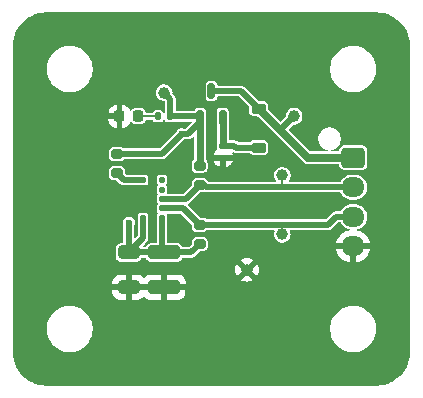
<source format=gtl>
%TF.GenerationSoftware,KiCad,Pcbnew,8.0.2*%
%TF.CreationDate,2024-12-26T16:13:31-05:00*%
%TF.ProjectId,TOF Sensor,544f4620-5365-46e7-936f-722e6b696361,rev?*%
%TF.SameCoordinates,Original*%
%TF.FileFunction,Copper,L1,Top*%
%TF.FilePolarity,Positive*%
%FSLAX46Y46*%
G04 Gerber Fmt 4.6, Leading zero omitted, Abs format (unit mm)*
G04 Created by KiCad (PCBNEW 8.0.2) date 2024-12-26 16:13:31*
%MOMM*%
%LPD*%
G01*
G04 APERTURE LIST*
G04 Aperture macros list*
%AMRoundRect*
0 Rectangle with rounded corners*
0 $1 Rounding radius*
0 $2 $3 $4 $5 $6 $7 $8 $9 X,Y pos of 4 corners*
0 Add a 4 corners polygon primitive as box body*
4,1,4,$2,$3,$4,$5,$6,$7,$8,$9,$2,$3,0*
0 Add four circle primitives for the rounded corners*
1,1,$1+$1,$2,$3*
1,1,$1+$1,$4,$5*
1,1,$1+$1,$6,$7*
1,1,$1+$1,$8,$9*
0 Add four rect primitives between the rounded corners*
20,1,$1+$1,$2,$3,$4,$5,0*
20,1,$1+$1,$4,$5,$6,$7,0*
20,1,$1+$1,$6,$7,$8,$9,0*
20,1,$1+$1,$8,$9,$2,$3,0*%
G04 Aperture macros list end*
%TA.AperFunction,SMDPad,CuDef*%
%ADD10RoundRect,0.200000X-0.275000X0.200000X-0.275000X-0.200000X0.275000X-0.200000X0.275000X0.200000X0*%
%TD*%
%TA.AperFunction,SMDPad,CuDef*%
%ADD11RoundRect,0.062500X0.062500X-0.127500X0.062500X0.127500X-0.062500X0.127500X-0.062500X-0.127500X0*%
%TD*%
%TA.AperFunction,SMDPad,CuDef*%
%ADD12RoundRect,0.125000X0.125000X-0.125000X0.125000X0.125000X-0.125000X0.125000X-0.125000X-0.125000X0*%
%TD*%
%TA.AperFunction,ComponentPad*%
%ADD13RoundRect,0.250000X-0.725000X0.600000X-0.725000X-0.600000X0.725000X-0.600000X0.725000X0.600000X0*%
%TD*%
%TA.AperFunction,ComponentPad*%
%ADD14O,1.950000X1.700000*%
%TD*%
%TA.AperFunction,SMDPad,CuDef*%
%ADD15RoundRect,0.250000X-0.650000X0.325000X-0.650000X-0.325000X0.650000X-0.325000X0.650000X0.325000X0*%
%TD*%
%TA.AperFunction,SMDPad,CuDef*%
%ADD16RoundRect,0.250000X-1.100000X0.325000X-1.100000X-0.325000X1.100000X-0.325000X1.100000X0.325000X0*%
%TD*%
%TA.AperFunction,SMDPad,CuDef*%
%ADD17C,1.000000*%
%TD*%
%TA.AperFunction,SMDPad,CuDef*%
%ADD18RoundRect,0.150000X0.150000X-0.512500X0.150000X0.512500X-0.150000X0.512500X-0.150000X-0.512500X0*%
%TD*%
%TA.AperFunction,SMDPad,CuDef*%
%ADD19RoundRect,0.200000X0.275000X-0.200000X0.275000X0.200000X-0.275000X0.200000X-0.275000X-0.200000X0*%
%TD*%
%TA.AperFunction,SMDPad,CuDef*%
%ADD20RoundRect,0.135000X-0.135000X-0.185000X0.135000X-0.185000X0.135000X0.185000X-0.135000X0.185000X0*%
%TD*%
%TA.AperFunction,SMDPad,CuDef*%
%ADD21RoundRect,0.218750X-0.218750X-0.256250X0.218750X-0.256250X0.218750X0.256250X-0.218750X0.256250X0*%
%TD*%
%TA.AperFunction,SMDPad,CuDef*%
%ADD22RoundRect,0.225000X-0.375000X0.225000X-0.375000X-0.225000X0.375000X-0.225000X0.375000X0.225000X0*%
%TD*%
%TA.AperFunction,SMDPad,CuDef*%
%ADD23RoundRect,0.135000X-0.185000X0.135000X-0.185000X-0.135000X0.185000X-0.135000X0.185000X0.135000X0*%
%TD*%
%TA.AperFunction,ViaPad*%
%ADD24C,0.600000*%
%TD*%
%TA.AperFunction,Conductor*%
%ADD25C,0.500000*%
%TD*%
%TA.AperFunction,Conductor*%
%ADD26C,0.600000*%
%TD*%
%TA.AperFunction,Conductor*%
%ADD27C,0.200000*%
%TD*%
%TA.AperFunction,Conductor*%
%ADD28C,0.635000*%
%TD*%
%TA.AperFunction,Conductor*%
%ADD29C,0.550000*%
%TD*%
G04 APERTURE END LIST*
D10*
%TO.P,R1,1*%
%TO.N,3V3*%
X117000000Y-52175000D03*
%TO.P,R1,2*%
%TO.N,/I2C.SDA*%
X117000000Y-53825000D03*
%TD*%
D11*
%TO.P,U1,1,AVDDVCSEL*%
%TO.N,3V3*%
X112325000Y-56740000D03*
D12*
X112200000Y-56600000D03*
%TO.P,U1,2,AVSSVCSEL*%
%TO.N,GND*%
X112200000Y-55800000D03*
%TO.P,U1,3,GND*%
X112200000Y-55000000D03*
%TO.P,U1,4,GND*%
X112200000Y-54200000D03*
%TO.P,U1,5,XSHUT*%
%TO.N,Net-(U1-XSHUT)*%
X112200000Y-53400000D03*
%TO.P,U1,6,GND*%
%TO.N,GND*%
X113000000Y-53400000D03*
%TO.P,U1,7,GPIO1*%
%TO.N,unconnected-(U1-GPIO1-Pad7)*%
X113800000Y-53400000D03*
%TO.P,U1,8,DNC*%
%TO.N,unconnected-(U1-DNC-Pad8)*%
X113800000Y-54200000D03*
%TO.P,U1,9,SDA*%
%TO.N,/I2C.SDA*%
X113800000Y-55000000D03*
%TO.P,U1,10,SCL*%
%TO.N,/I2C.SCL*%
X113800000Y-55800000D03*
%TO.P,U1,11,AVDD*%
%TO.N,3V3*%
X113800000Y-56600000D03*
%TO.P,U1,12,GND*%
%TO.N,GND*%
X113000000Y-56600000D03*
%TD*%
D13*
%TO.P,J1,1,Pin_1*%
%TO.N,VIN_TOF*%
X130000000Y-51500000D03*
D14*
%TO.P,J1,2,Pin_2*%
%TO.N,/I2C.SDA*%
X130000000Y-54000000D03*
%TO.P,J1,3,Pin_3*%
%TO.N,/I2C.SCL*%
X130000000Y-56500000D03*
%TO.P,J1,4,Pin_4*%
%TO.N,GND*%
X130000000Y-59000000D03*
%TD*%
D15*
%TO.P,C2,1*%
%TO.N,3V3*%
X111000000Y-59525000D03*
%TO.P,C2,2*%
%TO.N,GND*%
X111000000Y-62475000D03*
%TD*%
D16*
%TO.P,C1,1*%
%TO.N,3V3*%
X114000000Y-59525000D03*
%TO.P,C1,2*%
%TO.N,GND*%
X114000000Y-62475000D03*
%TD*%
D17*
%TO.P,TP3,1,1*%
%TO.N,/I2C.SDA*%
X124000000Y-53000000D03*
%TD*%
D18*
%TO.P,Q1,1,D*%
%TO.N,3V3*%
X117050000Y-48137500D03*
%TO.P,Q1,2,G*%
%TO.N,Net-(D2-A)*%
X118950000Y-48137500D03*
%TO.P,Q1,3,S*%
%TO.N,VIN_TOF*%
X118000000Y-45862500D03*
%TD*%
D17*
%TO.P,TP2,1,1*%
%TO.N,3V3*%
X114000000Y-46000000D03*
%TD*%
D19*
%TO.P,R2,1*%
%TO.N,3V3*%
X117000000Y-58825000D03*
%TO.P,R2,2*%
%TO.N,/I2C.SCL*%
X117000000Y-57175000D03*
%TD*%
D20*
%TO.P,R4,1*%
%TO.N,Net-(D1-A)*%
X113490000Y-48000000D03*
%TO.P,R4,2*%
%TO.N,3V3*%
X114510000Y-48000000D03*
%TD*%
D17*
%TO.P,TP5,1,1*%
%TO.N,GND*%
X121000000Y-61000000D03*
%TD*%
D21*
%TO.P,D1,1,K*%
%TO.N,GND*%
X110212500Y-48000000D03*
%TO.P,D1,2,A*%
%TO.N,Net-(D1-A)*%
X111787500Y-48000000D03*
%TD*%
D10*
%TO.P,R3,1*%
%TO.N,3V3*%
X110000000Y-51175000D03*
%TO.P,R3,2*%
%TO.N,Net-(U1-XSHUT)*%
X110000000Y-52825000D03*
%TD*%
D17*
%TO.P,TP1,1,1*%
%TO.N,VIN_TOF*%
X125000000Y-48000000D03*
%TD*%
D22*
%TO.P,D2,1,K*%
%TO.N,VIN_TOF*%
X122000000Y-47350000D03*
%TO.P,D2,2,A*%
%TO.N,Net-(D2-A)*%
X122000000Y-50650000D03*
%TD*%
D23*
%TO.P,R5,1*%
%TO.N,Net-(D2-A)*%
X119000000Y-50490000D03*
%TO.P,R5,2*%
%TO.N,GND*%
X119000000Y-51510000D03*
%TD*%
D17*
%TO.P,TP4,1,1*%
%TO.N,/I2C.SCL*%
X124000000Y-58000000D03*
%TD*%
D24*
%TO.N,3V3*%
X111000000Y-57000000D03*
X115500000Y-49500000D03*
%TO.N,GND*%
X126000000Y-44000000D03*
X124000000Y-63000000D03*
X118000000Y-66000000D03*
X108000000Y-47000000D03*
X108000000Y-63000000D03*
X128000000Y-61000000D03*
X102000000Y-46000000D03*
X124000000Y-40000000D03*
X132000000Y-51000000D03*
X122000000Y-64000000D03*
X128000000Y-59000000D03*
X115000000Y-57000000D03*
X108000000Y-51000000D03*
X110000000Y-66000000D03*
X134000000Y-52000000D03*
X132000000Y-47000000D03*
X115000000Y-70000000D03*
X102000000Y-54000000D03*
X114000000Y-64000000D03*
X132000000Y-61000000D03*
X121000000Y-70000000D03*
X106000000Y-40000000D03*
X124000000Y-47000000D03*
X126000000Y-62000000D03*
X118000000Y-62000000D03*
X127000000Y-55000000D03*
X108000000Y-55000000D03*
X134000000Y-48000000D03*
X110000000Y-56000000D03*
X126000000Y-58000000D03*
X121000000Y-40000000D03*
X127000000Y-40000000D03*
X115000000Y-40000000D03*
X134000000Y-66000000D03*
X126000000Y-64000000D03*
X118000000Y-56000000D03*
X108000000Y-61000000D03*
X134000000Y-64000000D03*
X113000000Y-52000000D03*
X102000000Y-56000000D03*
X134000000Y-58000000D03*
X124000000Y-51000000D03*
X105000000Y-62000000D03*
X116000000Y-42000000D03*
X128000000Y-68000000D03*
X110000000Y-44000000D03*
X112000000Y-70000000D03*
X132000000Y-55000000D03*
X102000000Y-44000000D03*
X128000000Y-56000000D03*
X124000000Y-45000000D03*
X102000000Y-58000000D03*
X119000000Y-53000000D03*
X124000000Y-65000000D03*
X105000000Y-60000000D03*
X118000000Y-70000000D03*
X132000000Y-59000000D03*
X115000000Y-52000000D03*
X116000000Y-63000000D03*
X109000000Y-40000000D03*
X132000000Y-57000000D03*
X132000000Y-49000000D03*
X120000000Y-65000000D03*
X118000000Y-40000000D03*
X125000000Y-55000000D03*
X116000000Y-45000000D03*
X121000000Y-55000000D03*
X122000000Y-66000000D03*
X119000000Y-55000000D03*
X108000000Y-49000000D03*
X102000000Y-66000000D03*
X102000000Y-50000000D03*
X120000000Y-42000000D03*
X114000000Y-44000000D03*
X134000000Y-50000000D03*
X134000000Y-44000000D03*
X116000000Y-68000000D03*
X132000000Y-63000000D03*
X103000000Y-41000000D03*
X114000000Y-66000000D03*
X124000000Y-70000000D03*
X134000000Y-60000000D03*
X130000000Y-70000000D03*
X112000000Y-50000000D03*
X134000000Y-62000000D03*
X120000000Y-45000000D03*
X128000000Y-53000000D03*
X105000000Y-50000000D03*
X120000000Y-59000000D03*
X124000000Y-42000000D03*
X116000000Y-53000000D03*
X124000000Y-68000000D03*
X106000000Y-70000000D03*
X120000000Y-63000000D03*
X126000000Y-46000000D03*
X105000000Y-58000000D03*
X105000000Y-48000000D03*
X128000000Y-63000000D03*
X105000000Y-52000000D03*
X105000000Y-56000000D03*
X109000000Y-70000000D03*
X120000000Y-68000000D03*
X134000000Y-46000000D03*
X127000000Y-70000000D03*
X108000000Y-53000000D03*
X108000000Y-57000000D03*
X122000000Y-58000000D03*
X118000000Y-64000000D03*
X116000000Y-61000000D03*
X122000000Y-44000000D03*
X124000000Y-61000000D03*
X115000000Y-54000000D03*
X133000000Y-69000000D03*
X102000000Y-60000000D03*
X102000000Y-52000000D03*
X128000000Y-47000000D03*
X118000000Y-60000000D03*
X102000000Y-62000000D03*
X117000000Y-55000000D03*
X124000000Y-56000000D03*
X123000000Y-55000000D03*
X134000000Y-54000000D03*
X126000000Y-66000000D03*
X126000000Y-48000000D03*
X111000000Y-64000000D03*
X134000000Y-56000000D03*
X133000000Y-41000000D03*
X121000000Y-53000000D03*
X103000000Y-69000000D03*
X102000000Y-48000000D03*
X130000000Y-48000000D03*
X102000000Y-64000000D03*
X112000000Y-68000000D03*
X114000000Y-49000000D03*
X130000000Y-62000000D03*
X122000000Y-56000000D03*
X126000000Y-60000000D03*
X116000000Y-51000000D03*
X105000000Y-54000000D03*
X112000000Y-45000000D03*
X130000000Y-40000000D03*
X122000000Y-46000000D03*
X126000000Y-56000000D03*
X112000000Y-42000000D03*
X120000000Y-56000000D03*
X118000000Y-44000000D03*
X110000000Y-46000000D03*
X112000000Y-40000000D03*
X116000000Y-65000000D03*
X132000000Y-53000000D03*
%TD*%
D25*
%TO.N,3V3*%
X117050000Y-48450000D02*
X117050000Y-48137500D01*
X114000000Y-46000000D02*
X114510000Y-46510000D01*
X114510000Y-46510000D02*
X114510000Y-48000000D01*
X116043750Y-49500000D02*
X117050000Y-48493750D01*
X117050000Y-48137500D02*
X116912500Y-48000000D01*
X111000000Y-59525000D02*
X114000000Y-59525000D01*
X113800000Y-56600000D02*
X113800000Y-59325000D01*
D26*
X117050000Y-52125000D02*
X117050000Y-48137500D01*
D25*
X115500000Y-49500000D02*
X116043750Y-49500000D01*
X111000000Y-57000000D02*
X111000000Y-59525000D01*
X117000000Y-52175000D02*
X117050000Y-52125000D01*
X115500000Y-49500000D02*
X113825000Y-51175000D01*
X117050000Y-48493750D02*
X117050000Y-48137500D01*
X116300000Y-59525000D02*
X117000000Y-58825000D01*
X114000000Y-59525000D02*
X116300000Y-59525000D01*
X116912500Y-48000000D02*
X114510000Y-48000000D01*
X113800000Y-59325000D02*
X114000000Y-59525000D01*
X113825000Y-51175000D02*
X110000000Y-51175000D01*
X112200000Y-58325000D02*
X111000000Y-59525000D01*
X112200000Y-56600000D02*
X112200000Y-58325000D01*
D27*
%TO.N,Net-(D1-A)*%
X113490000Y-48000000D02*
X111787500Y-48000000D01*
D25*
%TO.N,VIN_TOF*%
X120512500Y-45862500D02*
X122000000Y-47350000D01*
D27*
X122000000Y-47000000D02*
X122000000Y-47350000D01*
D28*
X130000000Y-51500000D02*
X126150000Y-51500000D01*
D25*
X118000000Y-45862500D02*
X120512500Y-45862500D01*
X125000000Y-48000000D02*
X123825000Y-49175000D01*
D28*
X126150000Y-51500000D02*
X123825000Y-49175000D01*
X123825000Y-49175000D02*
X122000000Y-47350000D01*
D25*
%TO.N,Net-(D2-A)*%
X120100000Y-50650000D02*
X122000000Y-50650000D01*
X119000000Y-48187500D02*
X118950000Y-48137500D01*
D26*
X118950000Y-50440000D02*
X118950000Y-48337500D01*
D25*
X119000000Y-50490000D02*
X119940000Y-50490000D01*
X119940000Y-50490000D02*
X120100000Y-50650000D01*
D29*
X119000000Y-50490000D02*
X118950000Y-50440000D01*
D25*
%TO.N,/I2C.SCL*%
X130000000Y-56500000D02*
X128560661Y-56500000D01*
X127885661Y-57175000D02*
X117000000Y-57175000D01*
X113800000Y-55800000D02*
X115625000Y-55800000D01*
D27*
X124000000Y-58000000D02*
X124000000Y-57050000D01*
D25*
X128560661Y-56500000D02*
X127885661Y-57175000D01*
X115625000Y-55800000D02*
X117000000Y-57175000D01*
%TO.N,/I2C.SDA*%
X117375000Y-53825000D02*
X117550000Y-54000000D01*
X117550000Y-54000000D02*
X130000000Y-54000000D01*
D27*
X124000000Y-53000000D02*
X124000000Y-54000000D01*
D25*
X115825000Y-55000000D02*
X117000000Y-53825000D01*
X113800000Y-55000000D02*
X115825000Y-55000000D01*
X117000000Y-53825000D02*
X117375000Y-53825000D01*
%TO.N,Net-(U1-XSHUT)*%
X112200000Y-53400000D02*
X110575000Y-53400000D01*
X110575000Y-53400000D02*
X110000000Y-52825000D01*
%TD*%
%TA.AperFunction,Conductor*%
%TO.N,GND*%
G36*
X114621677Y-54549500D02*
G01*
X114295620Y-54549500D01*
X114243294Y-54527826D01*
X114221620Y-54475500D01*
X114228553Y-54444227D01*
X114231414Y-54438089D01*
X114244259Y-54410545D01*
X114250500Y-54363139D01*
X114250499Y-54036862D01*
X114244259Y-53989455D01*
X114195747Y-53885421D01*
X114162652Y-53852326D01*
X114140978Y-53800000D01*
X114162652Y-53747674D01*
X114195747Y-53714579D01*
X114244259Y-53610545D01*
X114250500Y-53563139D01*
X114250499Y-53236862D01*
X114244259Y-53189455D01*
X114195747Y-53085421D01*
X114114579Y-53004253D01*
X114010545Y-52955741D01*
X114010543Y-52955740D01*
X113975619Y-52951142D01*
X113963139Y-52949500D01*
X113963137Y-52949500D01*
X113636862Y-52949500D01*
X113589456Y-52955740D01*
X113589454Y-52955741D01*
X113485420Y-53004253D01*
X113404253Y-53085420D01*
X113355740Y-53189456D01*
X113349500Y-53236862D01*
X113349500Y-53563137D01*
X113355740Y-53610543D01*
X113355741Y-53610545D01*
X113404253Y-53714579D01*
X113437348Y-53747674D01*
X113459022Y-53800000D01*
X113437348Y-53852326D01*
X113404253Y-53885420D01*
X113355740Y-53989456D01*
X113349500Y-54036862D01*
X113349500Y-54363137D01*
X113355740Y-54410543D01*
X113355741Y-54410545D01*
X113404253Y-54514579D01*
X113437348Y-54547674D01*
X113459022Y-54600000D01*
X113437348Y-54652326D01*
X113404253Y-54685420D01*
X113355740Y-54789456D01*
X113349500Y-54836862D01*
X113349500Y-55163137D01*
X113355740Y-55210543D01*
X113355741Y-55210545D01*
X113404253Y-55314579D01*
X113437348Y-55347674D01*
X113459022Y-55400000D01*
X113437348Y-55452326D01*
X113404253Y-55485420D01*
X113355740Y-55589456D01*
X113349500Y-55636862D01*
X113349500Y-55963137D01*
X113355740Y-56010543D01*
X113355741Y-56010545D01*
X113404253Y-56114579D01*
X113437348Y-56147674D01*
X113459022Y-56200000D01*
X113437348Y-56252326D01*
X113404253Y-56285420D01*
X113355740Y-56389456D01*
X113349500Y-56436862D01*
X113349500Y-57750000D01*
X112650500Y-57750000D01*
X112650500Y-56534733D01*
X112650499Y-56534719D01*
X112650499Y-56436862D01*
X112644259Y-56389456D01*
X112644259Y-56389455D01*
X112595747Y-56285421D01*
X112514579Y-56204253D01*
X112410545Y-56155741D01*
X112410543Y-56155740D01*
X112375619Y-56151142D01*
X112363139Y-56149500D01*
X112259310Y-56149500D01*
X112259309Y-56149500D01*
X112140691Y-56149500D01*
X112140688Y-56149500D01*
X112036862Y-56149500D01*
X111989456Y-56155740D01*
X111989454Y-56155741D01*
X111885420Y-56204253D01*
X111804253Y-56285420D01*
X111755740Y-56389456D01*
X111749500Y-56436862D01*
X111749500Y-57750000D01*
X111450500Y-57750000D01*
X111450500Y-57234457D01*
X111457187Y-57203718D01*
X111485165Y-57142457D01*
X111505647Y-57000000D01*
X111485165Y-56857543D01*
X111425377Y-56726627D01*
X111410380Y-56709319D01*
X111350000Y-56639636D01*
X111350000Y-53850500D01*
X112267921Y-53850500D01*
X112267929Y-53850499D01*
X112363138Y-53850499D01*
X112410545Y-53844259D01*
X112514579Y-53795747D01*
X112595747Y-53714579D01*
X112644259Y-53610545D01*
X112650500Y-53563139D01*
X112650500Y-53459309D01*
X112650500Y-53340691D01*
X112650500Y-53334733D01*
X112650499Y-53334719D01*
X112650499Y-53236862D01*
X112644259Y-53189456D01*
X112644259Y-53189455D01*
X112595747Y-53085421D01*
X112514579Y-53004253D01*
X112410545Y-52955741D01*
X112410543Y-52955740D01*
X112375619Y-52951142D01*
X112363139Y-52949500D01*
X112259310Y-52949500D01*
X112259309Y-52949500D01*
X111350000Y-52949500D01*
X111350000Y-52100000D01*
X114600000Y-52100000D01*
X114621677Y-54549500D01*
G37*
%TD.AperFunction*%
%TA.AperFunction,Conductor*%
G36*
X114650000Y-57750000D02*
G01*
X114250500Y-57750000D01*
X114250500Y-56534733D01*
X114250499Y-56534719D01*
X114250499Y-56436862D01*
X114244259Y-56389456D01*
X114244259Y-56389455D01*
X114228552Y-56355773D01*
X114226083Y-56299191D01*
X114264346Y-56257433D01*
X114295620Y-56250500D01*
X114636730Y-56250500D01*
X114650000Y-57750000D01*
G37*
%TD.AperFunction*%
%TD*%
%TA.AperFunction,Conductor*%
%TO.N,GND*%
G36*
X132002065Y-39200615D02*
G01*
X132309309Y-39217870D01*
X132317543Y-39218799D01*
X132618855Y-39269993D01*
X132626923Y-39271834D01*
X132920633Y-39356451D01*
X132928447Y-39359185D01*
X133210817Y-39476147D01*
X133218293Y-39479747D01*
X133485784Y-39627584D01*
X133492808Y-39631997D01*
X133742086Y-39808869D01*
X133748554Y-39814028D01*
X133901670Y-39950862D01*
X133976446Y-40017686D01*
X133982313Y-40023553D01*
X134065033Y-40116116D01*
X134185969Y-40251443D01*
X134191132Y-40257915D01*
X134346337Y-40476657D01*
X134368000Y-40507188D01*
X134372415Y-40514215D01*
X134520252Y-40781706D01*
X134523852Y-40789182D01*
X134640810Y-41071543D01*
X134643551Y-41079376D01*
X134728162Y-41373065D01*
X134730008Y-41381156D01*
X134781199Y-41682450D01*
X134782129Y-41690696D01*
X134799384Y-41997934D01*
X134799500Y-42002083D01*
X134799500Y-67997916D01*
X134799384Y-68002065D01*
X134782129Y-68309303D01*
X134781199Y-68317549D01*
X134730008Y-68618843D01*
X134728162Y-68626934D01*
X134643551Y-68920623D01*
X134640810Y-68928456D01*
X134523852Y-69210817D01*
X134520252Y-69218293D01*
X134372415Y-69485784D01*
X134368000Y-69492811D01*
X134191138Y-69742076D01*
X134185963Y-69748564D01*
X133982313Y-69976446D01*
X133976446Y-69982313D01*
X133748564Y-70185963D01*
X133742076Y-70191138D01*
X133492811Y-70368000D01*
X133485784Y-70372415D01*
X133218293Y-70520252D01*
X133210817Y-70523852D01*
X132928456Y-70640810D01*
X132920623Y-70643551D01*
X132626934Y-70728162D01*
X132618843Y-70730008D01*
X132317549Y-70781199D01*
X132309303Y-70782129D01*
X132002066Y-70799384D01*
X131997917Y-70799500D01*
X104002083Y-70799500D01*
X103997934Y-70799384D01*
X103690696Y-70782129D01*
X103682450Y-70781199D01*
X103381156Y-70730008D01*
X103373065Y-70728162D01*
X103079376Y-70643551D01*
X103071543Y-70640810D01*
X102789182Y-70523852D01*
X102781706Y-70520252D01*
X102514215Y-70372415D01*
X102507188Y-70368000D01*
X102363715Y-70266201D01*
X102257915Y-70191132D01*
X102251443Y-70185969D01*
X102062260Y-70016904D01*
X102023553Y-69982313D01*
X102017686Y-69976446D01*
X101950862Y-69901670D01*
X101814028Y-69748554D01*
X101808869Y-69742086D01*
X101631997Y-69492808D01*
X101627584Y-69485784D01*
X101610565Y-69454991D01*
X101479747Y-69218293D01*
X101476147Y-69210817D01*
X101450347Y-69148531D01*
X101359185Y-68928447D01*
X101356451Y-68920633D01*
X101271834Y-68626923D01*
X101269993Y-68618855D01*
X101218799Y-68317543D01*
X101217870Y-68309303D01*
X101200616Y-68002065D01*
X101200500Y-67997916D01*
X101200500Y-65872158D01*
X104049500Y-65872158D01*
X104049500Y-66127841D01*
X104082873Y-66381338D01*
X104149049Y-66628309D01*
X104149051Y-66628316D01*
X104246892Y-66864526D01*
X104246895Y-66864534D01*
X104374736Y-67085961D01*
X104374740Y-67085967D01*
X104530390Y-67288813D01*
X104711187Y-67469610D01*
X104914035Y-67625261D01*
X105135465Y-67753104D01*
X105371687Y-67850950D01*
X105618660Y-67917126D01*
X105872157Y-67950500D01*
X105872159Y-67950500D01*
X106127841Y-67950500D01*
X106127843Y-67950500D01*
X106381340Y-67917126D01*
X106628313Y-67850950D01*
X106864535Y-67753104D01*
X107085965Y-67625261D01*
X107288813Y-67469610D01*
X107469610Y-67288813D01*
X107625261Y-67085965D01*
X107753104Y-66864535D01*
X107850950Y-66628313D01*
X107917126Y-66381340D01*
X107950500Y-66127843D01*
X107950500Y-65872158D01*
X128049500Y-65872158D01*
X128049500Y-66127841D01*
X128082873Y-66381338D01*
X128149049Y-66628309D01*
X128149051Y-66628316D01*
X128246892Y-66864526D01*
X128246895Y-66864534D01*
X128374736Y-67085961D01*
X128374740Y-67085967D01*
X128530390Y-67288813D01*
X128711187Y-67469610D01*
X128914035Y-67625261D01*
X129135465Y-67753104D01*
X129371687Y-67850950D01*
X129618660Y-67917126D01*
X129872157Y-67950500D01*
X129872159Y-67950500D01*
X130127841Y-67950500D01*
X130127843Y-67950500D01*
X130381340Y-67917126D01*
X130628313Y-67850950D01*
X130864535Y-67753104D01*
X131085965Y-67625261D01*
X131288813Y-67469610D01*
X131469610Y-67288813D01*
X131625261Y-67085965D01*
X131753104Y-66864535D01*
X131850950Y-66628313D01*
X131917126Y-66381340D01*
X131950500Y-66127843D01*
X131950500Y-65872157D01*
X131917126Y-65618660D01*
X131850950Y-65371687D01*
X131753104Y-65135465D01*
X131625261Y-64914035D01*
X131469610Y-64711187D01*
X131288813Y-64530390D01*
X131085967Y-64374740D01*
X131085961Y-64374736D01*
X130864534Y-64246895D01*
X130864526Y-64246892D01*
X130628316Y-64149051D01*
X130628314Y-64149050D01*
X130628313Y-64149050D01*
X130595222Y-64140183D01*
X130381338Y-64082873D01*
X130194589Y-64058287D01*
X130127843Y-64049500D01*
X129872157Y-64049500D01*
X129813176Y-64057265D01*
X129618661Y-64082873D01*
X129371690Y-64149049D01*
X129371683Y-64149051D01*
X129135473Y-64246892D01*
X129135465Y-64246895D01*
X128914038Y-64374736D01*
X128914032Y-64374740D01*
X128711186Y-64530390D01*
X128530390Y-64711186D01*
X128374740Y-64914032D01*
X128374736Y-64914038D01*
X128246895Y-65135465D01*
X128246892Y-65135473D01*
X128149051Y-65371683D01*
X128149049Y-65371690D01*
X128082873Y-65618661D01*
X128049500Y-65872158D01*
X107950500Y-65872158D01*
X107950500Y-65872157D01*
X107917126Y-65618660D01*
X107850950Y-65371687D01*
X107753104Y-65135465D01*
X107625261Y-64914035D01*
X107469610Y-64711187D01*
X107288813Y-64530390D01*
X107085967Y-64374740D01*
X107085961Y-64374736D01*
X106864534Y-64246895D01*
X106864526Y-64246892D01*
X106628316Y-64149051D01*
X106628314Y-64149050D01*
X106628313Y-64149050D01*
X106595222Y-64140183D01*
X106381338Y-64082873D01*
X106194589Y-64058287D01*
X106127843Y-64049500D01*
X105872157Y-64049500D01*
X105813176Y-64057265D01*
X105618661Y-64082873D01*
X105371690Y-64149049D01*
X105371683Y-64149051D01*
X105135473Y-64246892D01*
X105135465Y-64246895D01*
X104914038Y-64374736D01*
X104914032Y-64374740D01*
X104711186Y-64530390D01*
X104530390Y-64711186D01*
X104374740Y-64914032D01*
X104374736Y-64914038D01*
X104246895Y-65135465D01*
X104246892Y-65135473D01*
X104149051Y-65371683D01*
X104149049Y-65371690D01*
X104082873Y-65618661D01*
X104049500Y-65872158D01*
X101200500Y-65872158D01*
X101200500Y-62849976D01*
X109600001Y-62849976D01*
X109610494Y-62952696D01*
X109665642Y-63119121D01*
X109757683Y-63268343D01*
X109757686Y-63268347D01*
X109881653Y-63392314D01*
X109881656Y-63392316D01*
X110030878Y-63484357D01*
X110197302Y-63539505D01*
X110300025Y-63549999D01*
X110750000Y-63549999D01*
X111250000Y-63549999D01*
X111699971Y-63549999D01*
X111699976Y-63549998D01*
X111802696Y-63539505D01*
X111969121Y-63484357D01*
X112118343Y-63392316D01*
X112118347Y-63392314D01*
X112222674Y-63287987D01*
X112275000Y-63266313D01*
X112327326Y-63287987D01*
X112431653Y-63392314D01*
X112431656Y-63392316D01*
X112580878Y-63484357D01*
X112747302Y-63539505D01*
X112850025Y-63549999D01*
X113750000Y-63549999D01*
X114250000Y-63549999D01*
X115149971Y-63549999D01*
X115149976Y-63549998D01*
X115252696Y-63539505D01*
X115419121Y-63484357D01*
X115568343Y-63392316D01*
X115568347Y-63392314D01*
X115692314Y-63268347D01*
X115692316Y-63268343D01*
X115784357Y-63119121D01*
X115839505Y-62952697D01*
X115849999Y-62849975D01*
X115850000Y-62849973D01*
X115850000Y-62725000D01*
X114250000Y-62725000D01*
X114250000Y-63549999D01*
X113750000Y-63549999D01*
X113750000Y-62725000D01*
X111250000Y-62725000D01*
X111250000Y-63549999D01*
X110750000Y-63549999D01*
X110750000Y-62725000D01*
X109600001Y-62725000D01*
X109600001Y-62849976D01*
X101200500Y-62849976D01*
X101200500Y-62100024D01*
X109600000Y-62100024D01*
X109600000Y-62225000D01*
X110750000Y-62225000D01*
X111250000Y-62225000D01*
X113750000Y-62225000D01*
X114250000Y-62225000D01*
X115849999Y-62225000D01*
X115849999Y-62100029D01*
X115849998Y-62100023D01*
X115839505Y-61997303D01*
X115794695Y-61862076D01*
X120491476Y-61862076D01*
X120615462Y-61928348D01*
X120803964Y-61985530D01*
X121000000Y-62004838D01*
X121196035Y-61985530D01*
X121384536Y-61928348D01*
X121384541Y-61928346D01*
X121508522Y-61862076D01*
X121000000Y-61353553D01*
X120491476Y-61862076D01*
X115794695Y-61862076D01*
X115784357Y-61830878D01*
X115692316Y-61681656D01*
X115692314Y-61681653D01*
X115568347Y-61557686D01*
X115568343Y-61557683D01*
X115419121Y-61465642D01*
X115252697Y-61410494D01*
X115149975Y-61400000D01*
X114250000Y-61400000D01*
X114250000Y-62225000D01*
X113750000Y-62225000D01*
X113750000Y-61400000D01*
X112850029Y-61400000D01*
X112850023Y-61400001D01*
X112747303Y-61410494D01*
X112580878Y-61465642D01*
X112431656Y-61557683D01*
X112327326Y-61662013D01*
X112275000Y-61683687D01*
X112222674Y-61662013D01*
X112118347Y-61557686D01*
X112118343Y-61557683D01*
X111969121Y-61465642D01*
X111802697Y-61410494D01*
X111699975Y-61400000D01*
X111250000Y-61400000D01*
X111250000Y-62225000D01*
X110750000Y-62225000D01*
X110750000Y-61400000D01*
X110300029Y-61400000D01*
X110300023Y-61400001D01*
X110197303Y-61410494D01*
X110030878Y-61465642D01*
X109881656Y-61557683D01*
X109757683Y-61681656D01*
X109665642Y-61830878D01*
X109610494Y-61997302D01*
X109600000Y-62100024D01*
X101200500Y-62100024D01*
X101200500Y-61000000D01*
X119995161Y-61000000D01*
X120014469Y-61196035D01*
X120071651Y-61384539D01*
X120137922Y-61508522D01*
X120646446Y-60999999D01*
X121353553Y-60999999D01*
X121862076Y-61508522D01*
X121928346Y-61384541D01*
X121928348Y-61384536D01*
X121985530Y-61196035D01*
X122004838Y-61000000D01*
X121985530Y-60803964D01*
X121928348Y-60615462D01*
X121862076Y-60491476D01*
X121353553Y-60999999D01*
X120646446Y-60999999D01*
X120137923Y-60491476D01*
X120137922Y-60491476D01*
X120071652Y-60615460D01*
X120014469Y-60803964D01*
X119995161Y-61000000D01*
X101200500Y-61000000D01*
X101200500Y-59145734D01*
X109899500Y-59145734D01*
X109899500Y-59904266D01*
X109902354Y-59934699D01*
X109902354Y-59934701D01*
X109902355Y-59934704D01*
X109947206Y-60062881D01*
X109947207Y-60062883D01*
X110027846Y-60172146D01*
X110027853Y-60172153D01*
X110137116Y-60252792D01*
X110137118Y-60252793D01*
X110265295Y-60297644D01*
X110265301Y-60297646D01*
X110295734Y-60300500D01*
X110295741Y-60300500D01*
X111704258Y-60300500D01*
X111704266Y-60300500D01*
X111734699Y-60297646D01*
X111862882Y-60252793D01*
X111972150Y-60172150D01*
X112052793Y-60062882D01*
X112066027Y-60025059D01*
X112103767Y-59982829D01*
X112135875Y-59975500D01*
X112414125Y-59975500D01*
X112466451Y-59997174D01*
X112483972Y-60025058D01*
X112485605Y-60029725D01*
X112497208Y-60062884D01*
X112577846Y-60172146D01*
X112577853Y-60172153D01*
X112687116Y-60252792D01*
X112687118Y-60252793D01*
X112815295Y-60297644D01*
X112815301Y-60297646D01*
X112845734Y-60300500D01*
X112845741Y-60300500D01*
X115154258Y-60300500D01*
X115154266Y-60300500D01*
X115184699Y-60297646D01*
X115312882Y-60252793D01*
X115422150Y-60172150D01*
X115447411Y-60137922D01*
X120491476Y-60137922D01*
X120491476Y-60137923D01*
X120999999Y-60646446D01*
X121508523Y-60137922D01*
X121384539Y-60071651D01*
X121196035Y-60014469D01*
X121000000Y-59995161D01*
X120803964Y-60014469D01*
X120615460Y-60071652D01*
X120491476Y-60137922D01*
X115447411Y-60137922D01*
X115502793Y-60062882D01*
X115516027Y-60025059D01*
X115553767Y-59982829D01*
X115585875Y-59975500D01*
X116359309Y-59975500D01*
X116449673Y-59951286D01*
X116449674Y-59951286D01*
X116460350Y-59948425D01*
X116473887Y-59944799D01*
X116576614Y-59885489D01*
X117014929Y-59447172D01*
X117067255Y-59425499D01*
X117306519Y-59425499D01*
X117400304Y-59410646D01*
X117400306Y-59410645D01*
X117402419Y-59409568D01*
X117513342Y-59353050D01*
X117603050Y-59263342D01*
X117660646Y-59150304D01*
X117675500Y-59056519D01*
X117675499Y-58593482D01*
X117673479Y-58580730D01*
X117660646Y-58499695D01*
X117660645Y-58499693D01*
X117603049Y-58386657D01*
X117513343Y-58296951D01*
X117513342Y-58296950D01*
X117400304Y-58239354D01*
X117400302Y-58239353D01*
X117400301Y-58239353D01*
X117306519Y-58224500D01*
X116693480Y-58224500D01*
X116599695Y-58239353D01*
X116599693Y-58239354D01*
X116486657Y-58296950D01*
X116396951Y-58386656D01*
X116339353Y-58499698D01*
X116324500Y-58593480D01*
X116324500Y-58832744D01*
X116302826Y-58885070D01*
X116135071Y-59052826D01*
X116082745Y-59074500D01*
X115585875Y-59074500D01*
X115533549Y-59052826D01*
X115516027Y-59024940D01*
X115502793Y-58987118D01*
X115502791Y-58987115D01*
X115422153Y-58877853D01*
X115422146Y-58877846D01*
X115312883Y-58797207D01*
X115312881Y-58797206D01*
X115184704Y-58752355D01*
X115184705Y-58752355D01*
X115184700Y-58752354D01*
X115184699Y-58752354D01*
X115154266Y-58749500D01*
X115154260Y-58749500D01*
X114324500Y-58749500D01*
X114272174Y-58727826D01*
X114250500Y-58675500D01*
X114250500Y-56534733D01*
X114250499Y-56534719D01*
X114250499Y-56436862D01*
X114244259Y-56389456D01*
X114244259Y-56389455D01*
X114228552Y-56355773D01*
X114226083Y-56299191D01*
X114264346Y-56257433D01*
X114295620Y-56250500D01*
X115407745Y-56250500D01*
X115460071Y-56272174D01*
X116302826Y-57114930D01*
X116324500Y-57167256D01*
X116324500Y-57406519D01*
X116339353Y-57500304D01*
X116339354Y-57500306D01*
X116387501Y-57594798D01*
X116396950Y-57613342D01*
X116486658Y-57703050D01*
X116599696Y-57760646D01*
X116693481Y-57775500D01*
X117306518Y-57775499D01*
X117306519Y-57775499D01*
X117400304Y-57760646D01*
X117400306Y-57760645D01*
X117423345Y-57748906D01*
X117513342Y-57703050D01*
X117569218Y-57647174D01*
X117621544Y-57625500D01*
X123285636Y-57625500D01*
X123337962Y-57647174D01*
X123359636Y-57699500D01*
X123354827Y-57725740D01*
X123314859Y-57831126D01*
X123294355Y-57999996D01*
X123294355Y-58000003D01*
X123314859Y-58168871D01*
X123375181Y-58327929D01*
X123471816Y-58467928D01*
X123507673Y-58499695D01*
X123599148Y-58580734D01*
X123749775Y-58659790D01*
X123914944Y-58700500D01*
X123914948Y-58700500D01*
X124085052Y-58700500D01*
X124085056Y-58700500D01*
X124250225Y-58659790D01*
X124400852Y-58580734D01*
X124528183Y-58467929D01*
X124624818Y-58327930D01*
X124685140Y-58168872D01*
X124705645Y-58000000D01*
X124686870Y-57845378D01*
X124685140Y-57831126D01*
X124645173Y-57725740D01*
X124646884Y-57669129D01*
X124688124Y-57630309D01*
X124714364Y-57625500D01*
X127944970Y-57625500D01*
X128035334Y-57601286D01*
X128035335Y-57601286D01*
X128046011Y-57598425D01*
X128059548Y-57594799D01*
X128162275Y-57535489D01*
X128725590Y-56972174D01*
X128777916Y-56950500D01*
X128875105Y-56950500D01*
X128927431Y-56972174D01*
X128942288Y-56994410D01*
X128942340Y-56994383D01*
X128942620Y-56994907D01*
X128943473Y-56996183D01*
X128944059Y-56997598D01*
X129059023Y-57169655D01*
X129205345Y-57315977D01*
X129377402Y-57430941D01*
X129568580Y-57510130D01*
X129642357Y-57524805D01*
X129689450Y-57556270D01*
X129700499Y-57611819D01*
X129669034Y-57658912D01*
X129639498Y-57670472D01*
X129558874Y-57683242D01*
X129558863Y-57683244D01*
X129356782Y-57748904D01*
X129356778Y-57748906D01*
X129167449Y-57845375D01*
X129167443Y-57845378D01*
X128995538Y-57970274D01*
X128845274Y-58120538D01*
X128720378Y-58292443D01*
X128720375Y-58292449D01*
X128623906Y-58481778D01*
X128623904Y-58481782D01*
X128558244Y-58683863D01*
X128558241Y-58683877D01*
X128547769Y-58750000D01*
X129595854Y-58750000D01*
X129557370Y-58816657D01*
X129525000Y-58937465D01*
X129525000Y-59062535D01*
X129557370Y-59183343D01*
X129595854Y-59250000D01*
X128547769Y-59250000D01*
X128558241Y-59316122D01*
X128558244Y-59316136D01*
X128623904Y-59518217D01*
X128623906Y-59518221D01*
X128720375Y-59707550D01*
X128720378Y-59707556D01*
X128845274Y-59879461D01*
X128845283Y-59879471D01*
X128995529Y-60029717D01*
X128995538Y-60029725D01*
X129167443Y-60154621D01*
X129167449Y-60154624D01*
X129356778Y-60251093D01*
X129356782Y-60251095D01*
X129558863Y-60316755D01*
X129558876Y-60316758D01*
X129749998Y-60347029D01*
X129750000Y-60347028D01*
X129750000Y-59404145D01*
X129816657Y-59442630D01*
X129937465Y-59475000D01*
X130062535Y-59475000D01*
X130183343Y-59442630D01*
X130250000Y-59404145D01*
X130250000Y-60347028D01*
X130250001Y-60347029D01*
X130441123Y-60316758D01*
X130441136Y-60316755D01*
X130643217Y-60251095D01*
X130643221Y-60251093D01*
X130832550Y-60154624D01*
X130832556Y-60154621D01*
X131004461Y-60029725D01*
X131004471Y-60029717D01*
X131154717Y-59879471D01*
X131154725Y-59879461D01*
X131279621Y-59707556D01*
X131279624Y-59707550D01*
X131376093Y-59518221D01*
X131376095Y-59518217D01*
X131441755Y-59316136D01*
X131441758Y-59316122D01*
X131452231Y-59250000D01*
X130404146Y-59250000D01*
X130442630Y-59183343D01*
X130475000Y-59062535D01*
X130475000Y-58937465D01*
X130442630Y-58816657D01*
X130404146Y-58750000D01*
X131452230Y-58750000D01*
X131441758Y-58683877D01*
X131441755Y-58683863D01*
X131376095Y-58481782D01*
X131376093Y-58481778D01*
X131279624Y-58292449D01*
X131279621Y-58292443D01*
X131154725Y-58120538D01*
X131154717Y-58120529D01*
X131004471Y-57970283D01*
X131004461Y-57970274D01*
X130832556Y-57845378D01*
X130832550Y-57845375D01*
X130643221Y-57748906D01*
X130643217Y-57748904D01*
X130441136Y-57683244D01*
X130441125Y-57683242D01*
X130360501Y-57670472D01*
X130312210Y-57640879D01*
X130298989Y-57585806D01*
X130328582Y-57537515D01*
X130357640Y-57524805D01*
X130431420Y-57510130D01*
X130622598Y-57430941D01*
X130794655Y-57315977D01*
X130940977Y-57169655D01*
X131055941Y-56997598D01*
X131135130Y-56806420D01*
X131175500Y-56603465D01*
X131175500Y-56396535D01*
X131135130Y-56193580D01*
X131055941Y-56002402D01*
X130940977Y-55830345D01*
X130794655Y-55684023D01*
X130653124Y-55589456D01*
X130622598Y-55569059D01*
X130431420Y-55489870D01*
X130431413Y-55489868D01*
X130242672Y-55452326D01*
X130228465Y-55449500D01*
X129771535Y-55449500D01*
X129757328Y-55452326D01*
X129568586Y-55489868D01*
X129568579Y-55489870D01*
X129377401Y-55569059D01*
X129205345Y-55684022D01*
X129205344Y-55684024D01*
X129059024Y-55830344D01*
X129059022Y-55830345D01*
X128944058Y-56002404D01*
X128943474Y-56003815D01*
X128943107Y-56004181D01*
X128942340Y-56005617D01*
X128941904Y-56005384D01*
X128903427Y-56043866D01*
X128875105Y-56049500D01*
X128501350Y-56049500D01*
X128410987Y-56073713D01*
X128397006Y-56077459D01*
X128386772Y-56080201D01*
X128284050Y-56139508D01*
X127720732Y-56702826D01*
X127668406Y-56724500D01*
X117621544Y-56724500D01*
X117569218Y-56702826D01*
X117513343Y-56646951D01*
X117513342Y-56646950D01*
X117400304Y-56589354D01*
X117400302Y-56589353D01*
X117400301Y-56589353D01*
X117306520Y-56574500D01*
X117306519Y-56574500D01*
X117067256Y-56574500D01*
X117014930Y-56552826D01*
X116505970Y-56043866D01*
X115992912Y-55530809D01*
X115971239Y-55478484D01*
X115992913Y-55426158D01*
X116008234Y-55414402D01*
X116101614Y-55360489D01*
X117014929Y-54447172D01*
X117067255Y-54425499D01*
X117306518Y-54425499D01*
X117348094Y-54418914D01*
X117378822Y-54420525D01*
X117453202Y-54440454D01*
X117490688Y-54450499D01*
X117490689Y-54450500D01*
X117490691Y-54450500D01*
X128875105Y-54450500D01*
X128927431Y-54472174D01*
X128942288Y-54494410D01*
X128942340Y-54494383D01*
X128942620Y-54494907D01*
X128943473Y-54496183D01*
X128944059Y-54497598D01*
X129059023Y-54669655D01*
X129205345Y-54815977D01*
X129377402Y-54930941D01*
X129568580Y-55010130D01*
X129771535Y-55050500D01*
X129771536Y-55050500D01*
X130228464Y-55050500D01*
X130228465Y-55050500D01*
X130431420Y-55010130D01*
X130622598Y-54930941D01*
X130794655Y-54815977D01*
X130940977Y-54669655D01*
X131055941Y-54497598D01*
X131135130Y-54306420D01*
X131175500Y-54103465D01*
X131175500Y-53896535D01*
X131135130Y-53693580D01*
X131055941Y-53502402D01*
X130940977Y-53330345D01*
X130794655Y-53184023D01*
X130771978Y-53168871D01*
X130622598Y-53069059D01*
X130431420Y-52989870D01*
X130431413Y-52989868D01*
X130278516Y-52959455D01*
X130228465Y-52949500D01*
X129771535Y-52949500D01*
X129740164Y-52955740D01*
X129568586Y-52989868D01*
X129568579Y-52989870D01*
X129377401Y-53069059D01*
X129205345Y-53184022D01*
X129205344Y-53184024D01*
X129059024Y-53330344D01*
X129059022Y-53330345D01*
X128944058Y-53502404D01*
X128943474Y-53503815D01*
X128943107Y-53504181D01*
X128942340Y-53505617D01*
X128941904Y-53505384D01*
X128903427Y-53543866D01*
X128875105Y-53549500D01*
X124612874Y-53549500D01*
X124560548Y-53527826D01*
X124538874Y-53475500D01*
X124551973Y-53433463D01*
X124624818Y-53327930D01*
X124685140Y-53168872D01*
X124698782Y-53056519D01*
X124705645Y-53000003D01*
X124705645Y-52999996D01*
X124685140Y-52831128D01*
X124624818Y-52672070D01*
X124528183Y-52532071D01*
X124400856Y-52419269D01*
X124400853Y-52419267D01*
X124400852Y-52419266D01*
X124250225Y-52340210D01*
X124250222Y-52340209D01*
X124085058Y-52299500D01*
X124085056Y-52299500D01*
X123914944Y-52299500D01*
X123914941Y-52299500D01*
X123749777Y-52340209D01*
X123599146Y-52419267D01*
X123599143Y-52419269D01*
X123471816Y-52532071D01*
X123375181Y-52672070D01*
X123314859Y-52831128D01*
X123294355Y-52999996D01*
X123294355Y-53000003D01*
X123314859Y-53168871D01*
X123375181Y-53327929D01*
X123375182Y-53327930D01*
X123442529Y-53425499D01*
X123448027Y-53433463D01*
X123459914Y-53488838D01*
X123429163Y-53536401D01*
X123387126Y-53549500D01*
X117767255Y-53549500D01*
X117714929Y-53527826D01*
X117686799Y-53499696D01*
X117651614Y-53464511D01*
X117651611Y-53464509D01*
X117650282Y-53463489D01*
X117648756Y-53461654D01*
X117648184Y-53461082D01*
X117648236Y-53461029D01*
X117629404Y-53438382D01*
X117622840Y-53425500D01*
X117603050Y-53386658D01*
X117513342Y-53296950D01*
X117400304Y-53239354D01*
X117400302Y-53239353D01*
X117400301Y-53239353D01*
X117306519Y-53224500D01*
X116693480Y-53224500D01*
X116599695Y-53239353D01*
X116599693Y-53239354D01*
X116486657Y-53296950D01*
X116396951Y-53386656D01*
X116339353Y-53499698D01*
X116324500Y-53593480D01*
X116324500Y-53832744D01*
X116302826Y-53885070D01*
X115660071Y-54527826D01*
X115607745Y-54549500D01*
X114295620Y-54549500D01*
X114243294Y-54527826D01*
X114221620Y-54475500D01*
X114228553Y-54444227D01*
X114231414Y-54438089D01*
X114244259Y-54410545D01*
X114250500Y-54363139D01*
X114250499Y-54036862D01*
X114244259Y-53989455D01*
X114195747Y-53885421D01*
X114162652Y-53852326D01*
X114140978Y-53800000D01*
X114162652Y-53747674D01*
X114195747Y-53714579D01*
X114244259Y-53610545D01*
X114250500Y-53563139D01*
X114250499Y-53236862D01*
X114244259Y-53189455D01*
X114195747Y-53085421D01*
X114114579Y-53004253D01*
X114010545Y-52955741D01*
X114010543Y-52955740D01*
X113975619Y-52951142D01*
X113963139Y-52949500D01*
X113963137Y-52949500D01*
X113700826Y-52949500D01*
X113648500Y-52927826D01*
X113637131Y-52913169D01*
X113622771Y-52888888D01*
X113511111Y-52777228D01*
X113375191Y-52696845D01*
X113250000Y-52660473D01*
X113250000Y-54139526D01*
X113254853Y-54138116D01*
X113311149Y-54144330D01*
X113346561Y-54188530D01*
X113349500Y-54209177D01*
X113349500Y-54363137D01*
X113355740Y-54410543D01*
X113355741Y-54410545D01*
X113404253Y-54514579D01*
X113437348Y-54547674D01*
X113459022Y-54600000D01*
X113437348Y-54652326D01*
X113404253Y-54685420D01*
X113355740Y-54789456D01*
X113349500Y-54836862D01*
X113349500Y-55163137D01*
X113355740Y-55210543D01*
X113355741Y-55210545D01*
X113404253Y-55314579D01*
X113437348Y-55347674D01*
X113459022Y-55400000D01*
X113437348Y-55452326D01*
X113404253Y-55485420D01*
X113355740Y-55589456D01*
X113349500Y-55636862D01*
X113349500Y-55790821D01*
X113327826Y-55843147D01*
X113275500Y-55864821D01*
X113254855Y-55861883D01*
X113250000Y-55860472D01*
X113250000Y-57339526D01*
X113254853Y-57338116D01*
X113311149Y-57344330D01*
X113346561Y-57388530D01*
X113349500Y-57409177D01*
X113349500Y-58675500D01*
X113327826Y-58727826D01*
X113275500Y-58749500D01*
X112845734Y-58749500D01*
X112815301Y-58752354D01*
X112815299Y-58752354D01*
X112815295Y-58752355D01*
X112687118Y-58797206D01*
X112687116Y-58797207D01*
X112577853Y-58877846D01*
X112577846Y-58877853D01*
X112497208Y-58987115D01*
X112497208Y-58987116D01*
X112497207Y-58987118D01*
X112492525Y-59000500D01*
X112483973Y-59024940D01*
X112446233Y-59067171D01*
X112414125Y-59074500D01*
X112266255Y-59074500D01*
X112213929Y-59052826D01*
X112192255Y-59000500D01*
X112213929Y-58948174D01*
X112364897Y-58797206D01*
X112560489Y-58601614D01*
X112614926Y-58507324D01*
X112614929Y-58507322D01*
X112619799Y-58498886D01*
X112636275Y-58437397D01*
X112650499Y-58384311D01*
X112650500Y-58384311D01*
X112650500Y-57409177D01*
X112672174Y-57356851D01*
X112724500Y-57335177D01*
X112745147Y-57338116D01*
X112749999Y-57339526D01*
X112750000Y-57339526D01*
X112750000Y-56050000D01*
X111460474Y-56050000D01*
X111496845Y-56175191D01*
X111577228Y-56311111D01*
X111688887Y-56422770D01*
X111713168Y-56437129D01*
X111747175Y-56482420D01*
X111749500Y-56500825D01*
X111749500Y-58107745D01*
X111727826Y-58160071D01*
X111576826Y-58311071D01*
X111524500Y-58332745D01*
X111472174Y-58311071D01*
X111450500Y-58258745D01*
X111450500Y-57234457D01*
X111457187Y-57203718D01*
X111485165Y-57142457D01*
X111505647Y-57000000D01*
X111485165Y-56857543D01*
X111425377Y-56726627D01*
X111331128Y-56617857D01*
X111229938Y-56552826D01*
X111210054Y-56540047D01*
X111210050Y-56540046D01*
X111071964Y-56499500D01*
X111071961Y-56499500D01*
X110928039Y-56499500D01*
X110928036Y-56499500D01*
X110789949Y-56540046D01*
X110789945Y-56540047D01*
X110668875Y-56617855D01*
X110668868Y-56617860D01*
X110574623Y-56726626D01*
X110514834Y-56857545D01*
X110494353Y-57000000D01*
X110514834Y-57142456D01*
X110526161Y-57167256D01*
X110542812Y-57203718D01*
X110549500Y-57234457D01*
X110549500Y-58675500D01*
X110527826Y-58727826D01*
X110475500Y-58749500D01*
X110295734Y-58749500D01*
X110265301Y-58752354D01*
X110265299Y-58752354D01*
X110265295Y-58752355D01*
X110137118Y-58797206D01*
X110137116Y-58797207D01*
X110027853Y-58877846D01*
X110027846Y-58877853D01*
X109947207Y-58987116D01*
X109947206Y-58987118D01*
X109902355Y-59115295D01*
X109902354Y-59115299D01*
X109902354Y-59115301D01*
X109899500Y-59145734D01*
X101200500Y-59145734D01*
X101200500Y-55549999D01*
X111460473Y-55549999D01*
X111460474Y-55550000D01*
X111950000Y-55550000D01*
X112450000Y-55550000D01*
X112939525Y-55550000D01*
X112901944Y-55420646D01*
X112901944Y-55379354D01*
X112939526Y-55250000D01*
X112450000Y-55250000D01*
X112450000Y-55550000D01*
X111950000Y-55550000D01*
X111950000Y-55250000D01*
X111460474Y-55250000D01*
X111498055Y-55379355D01*
X111498055Y-55420645D01*
X111460473Y-55549999D01*
X101200500Y-55549999D01*
X101200500Y-54749999D01*
X111460473Y-54749999D01*
X111460474Y-54750000D01*
X111950000Y-54750000D01*
X112450000Y-54750000D01*
X112939525Y-54750000D01*
X112901944Y-54620646D01*
X112901944Y-54579354D01*
X112939526Y-54450000D01*
X112450000Y-54450000D01*
X112450000Y-54750000D01*
X111950000Y-54750000D01*
X111950000Y-54450000D01*
X111460474Y-54450000D01*
X111498055Y-54579355D01*
X111498055Y-54620645D01*
X111460473Y-54749999D01*
X101200500Y-54749999D01*
X101200500Y-52593480D01*
X109324500Y-52593480D01*
X109324500Y-53056519D01*
X109339353Y-53150304D01*
X109339354Y-53150306D01*
X109384727Y-53239353D01*
X109396950Y-53263342D01*
X109486658Y-53353050D01*
X109599696Y-53410646D01*
X109693481Y-53425500D01*
X109932744Y-53425499D01*
X109985069Y-53447172D01*
X110298386Y-53760490D01*
X110401113Y-53819799D01*
X110417675Y-53824236D01*
X110424673Y-53826112D01*
X110424676Y-53826112D01*
X110424678Y-53826113D01*
X110515688Y-53850499D01*
X110515689Y-53850500D01*
X111390822Y-53850500D01*
X111443148Y-53872174D01*
X111464822Y-53924500D01*
X111461884Y-53945145D01*
X111460473Y-53949999D01*
X111460474Y-53950000D01*
X112750000Y-53950000D01*
X112750000Y-52660473D01*
X112624808Y-52696845D01*
X112488888Y-52777228D01*
X112377228Y-52888888D01*
X112362869Y-52913169D01*
X112317577Y-52947175D01*
X112299174Y-52949500D01*
X110792256Y-52949500D01*
X110739930Y-52927826D01*
X110697173Y-52885069D01*
X110675499Y-52832743D01*
X110675499Y-52593480D01*
X110660646Y-52499695D01*
X110660645Y-52499693D01*
X110619665Y-52419267D01*
X110603050Y-52386658D01*
X110513342Y-52296950D01*
X110400304Y-52239354D01*
X110400302Y-52239353D01*
X110400301Y-52239353D01*
X110306519Y-52224500D01*
X109693480Y-52224500D01*
X109599695Y-52239353D01*
X109599693Y-52239354D01*
X109486657Y-52296950D01*
X109396951Y-52386656D01*
X109339353Y-52499698D01*
X109324500Y-52593480D01*
X101200500Y-52593480D01*
X101200500Y-50943480D01*
X109324500Y-50943480D01*
X109324500Y-51406519D01*
X109339353Y-51500304D01*
X109339354Y-51500306D01*
X109387501Y-51594798D01*
X109396950Y-51613342D01*
X109486658Y-51703050D01*
X109599696Y-51760646D01*
X109693481Y-51775500D01*
X110306518Y-51775499D01*
X110306519Y-51775499D01*
X110400304Y-51760646D01*
X110400306Y-51760645D01*
X110402419Y-51759568D01*
X110513342Y-51703050D01*
X110569218Y-51647174D01*
X110621544Y-51625500D01*
X113884309Y-51625500D01*
X113974673Y-51601286D01*
X113974674Y-51601286D01*
X113985350Y-51598425D01*
X113998887Y-51594799D01*
X114101614Y-51535489D01*
X115650119Y-49986983D01*
X115681597Y-49968308D01*
X115687113Y-49966688D01*
X115710053Y-49959953D01*
X115710055Y-49959951D01*
X115714864Y-49957756D01*
X115715682Y-49959548D01*
X115746490Y-49950500D01*
X116103059Y-49950500D01*
X116193423Y-49926286D01*
X116193424Y-49926286D01*
X116204100Y-49923425D01*
X116217637Y-49919799D01*
X116320364Y-49860489D01*
X116423175Y-49757677D01*
X116475500Y-49736004D01*
X116527826Y-49757678D01*
X116549500Y-49810004D01*
X116549500Y-51569583D01*
X116527826Y-51621909D01*
X116509096Y-51635517D01*
X116486657Y-51646950D01*
X116396951Y-51736656D01*
X116339353Y-51849698D01*
X116324500Y-51943480D01*
X116324500Y-52406519D01*
X116339353Y-52500304D01*
X116339354Y-52500306D01*
X116364930Y-52550500D01*
X116396950Y-52613342D01*
X116486658Y-52703050D01*
X116599696Y-52760646D01*
X116693481Y-52775500D01*
X117306518Y-52775499D01*
X117306519Y-52775499D01*
X117400304Y-52760646D01*
X117400306Y-52760645D01*
X117402419Y-52759568D01*
X117513342Y-52703050D01*
X117603050Y-52613342D01*
X117660646Y-52500304D01*
X117675500Y-52406519D01*
X117675499Y-51943482D01*
X117670909Y-51914502D01*
X117660646Y-51849695D01*
X117660645Y-51849693D01*
X117622841Y-51775500D01*
X117614943Y-51760000D01*
X118187155Y-51760000D01*
X118227594Y-51899193D01*
X118309264Y-52037289D01*
X118422710Y-52150735D01*
X118560806Y-52232405D01*
X118714874Y-52277166D01*
X118714871Y-52277166D01*
X118750000Y-52279930D01*
X118750000Y-52279929D01*
X119250000Y-52279929D01*
X119285126Y-52277166D01*
X119439193Y-52232405D01*
X119577289Y-52150735D01*
X119690735Y-52037289D01*
X119772405Y-51899193D01*
X119812845Y-51760000D01*
X119250000Y-51760000D01*
X119250000Y-52279929D01*
X118750000Y-52279929D01*
X118750000Y-51760000D01*
X118187155Y-51760000D01*
X117614943Y-51760000D01*
X117603050Y-51736658D01*
X117572174Y-51705782D01*
X117550500Y-51653456D01*
X117550500Y-51259999D01*
X118187154Y-51259999D01*
X118187155Y-51260000D01*
X119812845Y-51260000D01*
X119812845Y-51259999D01*
X119774978Y-51129661D01*
X119781193Y-51073366D01*
X119825395Y-51037954D01*
X119881690Y-51044169D01*
X119882998Y-51044906D01*
X119926113Y-51069799D01*
X119926115Y-51069799D01*
X119926116Y-51069800D01*
X119934184Y-51071961D01*
X119950326Y-51076286D01*
X120022618Y-51095657D01*
X120040690Y-51100500D01*
X120040691Y-51100500D01*
X121218627Y-51100500D01*
X121270953Y-51122174D01*
X121274039Y-51125787D01*
X121276471Y-51128219D01*
X121276472Y-51128220D01*
X121371780Y-51223528D01*
X121491874Y-51284719D01*
X121591511Y-51300500D01*
X121591512Y-51300500D01*
X122408489Y-51300500D01*
X122458307Y-51292609D01*
X122508126Y-51284719D01*
X122628220Y-51223528D01*
X122723528Y-51128220D01*
X122784719Y-51008126D01*
X122800500Y-50908488D01*
X122800500Y-50391512D01*
X122784719Y-50291874D01*
X122723528Y-50171780D01*
X122628220Y-50076472D01*
X122628219Y-50076471D01*
X122508126Y-50015281D01*
X122508125Y-50015280D01*
X122408489Y-49999500D01*
X122408488Y-49999500D01*
X121591512Y-49999500D01*
X121591511Y-49999500D01*
X121491874Y-50015280D01*
X121491873Y-50015281D01*
X121371780Y-50076471D01*
X121371779Y-50076472D01*
X121272354Y-50175898D01*
X121270408Y-50173952D01*
X121230198Y-50198590D01*
X121218627Y-50199500D01*
X120317255Y-50199500D01*
X120264930Y-50177826D01*
X120216614Y-50129511D01*
X120216611Y-50129509D01*
X120113891Y-50070203D01*
X120113882Y-50070199D01*
X120073967Y-50059504D01*
X120073966Y-50059504D01*
X119999311Y-50039500D01*
X119999309Y-50039500D01*
X119524500Y-50039500D01*
X119472174Y-50017826D01*
X119450500Y-49965500D01*
X119450500Y-47591746D01*
X119450500Y-47591740D01*
X119440573Y-47523607D01*
X119389198Y-47418517D01*
X119306483Y-47335802D01*
X119306482Y-47335801D01*
X119201394Y-47284427D01*
X119133264Y-47274500D01*
X119133260Y-47274500D01*
X118766740Y-47274500D01*
X118766735Y-47274500D01*
X118698606Y-47284427D01*
X118698605Y-47284427D01*
X118593517Y-47335801D01*
X118510801Y-47418517D01*
X118459427Y-47523605D01*
X118459427Y-47523606D01*
X118449500Y-47591735D01*
X118449500Y-47591740D01*
X118449500Y-48271608D01*
X118449500Y-50505892D01*
X118449505Y-50505909D01*
X118476979Y-50608446D01*
X118479500Y-50627598D01*
X118479500Y-50664314D01*
X118485932Y-50713174D01*
X118500961Y-50745404D01*
X118503431Y-50801987D01*
X118471564Y-50840372D01*
X118422710Y-50869264D01*
X118309264Y-50982710D01*
X118227594Y-51120806D01*
X118187154Y-51259999D01*
X117550500Y-51259999D01*
X117550500Y-47591746D01*
X117550500Y-47591740D01*
X117540573Y-47523607D01*
X117489198Y-47418517D01*
X117406483Y-47335802D01*
X117406482Y-47335801D01*
X117301394Y-47284427D01*
X117233264Y-47274500D01*
X117233260Y-47274500D01*
X116866740Y-47274500D01*
X116866735Y-47274500D01*
X116798606Y-47284427D01*
X116798605Y-47284427D01*
X116693517Y-47335801D01*
X116610802Y-47418516D01*
X116567056Y-47508001D01*
X116524603Y-47545491D01*
X116500575Y-47549500D01*
X115034500Y-47549500D01*
X114982174Y-47527826D01*
X114960500Y-47475500D01*
X114960500Y-46450689D01*
X114960499Y-46450688D01*
X114932321Y-46345525D01*
X114932320Y-46345522D01*
X114932320Y-46345523D01*
X114929799Y-46336114D01*
X114929799Y-46336113D01*
X114870489Y-46233386D01*
X114723700Y-46086597D01*
X114702026Y-46034271D01*
X114702565Y-46025362D01*
X114705645Y-46000000D01*
X114685140Y-45831128D01*
X114624818Y-45672070D01*
X114528183Y-45532071D01*
X114427304Y-45442700D01*
X114400856Y-45419269D01*
X114400853Y-45419267D01*
X114400852Y-45419266D01*
X114250225Y-45340210D01*
X114250222Y-45340209D01*
X114154984Y-45316735D01*
X117499500Y-45316735D01*
X117499500Y-46408264D01*
X117509427Y-46476393D01*
X117509427Y-46476394D01*
X117560801Y-46581482D01*
X117560802Y-46581483D01*
X117643517Y-46664198D01*
X117748607Y-46715573D01*
X117816740Y-46725500D01*
X117816746Y-46725500D01*
X118183254Y-46725500D01*
X118183260Y-46725500D01*
X118251393Y-46715573D01*
X118356483Y-46664198D01*
X118439198Y-46581483D01*
X118490573Y-46476393D01*
X118500500Y-46408260D01*
X118500500Y-46387000D01*
X118522174Y-46334674D01*
X118574500Y-46313000D01*
X120295245Y-46313000D01*
X120347571Y-46334674D01*
X121177826Y-47164929D01*
X121199500Y-47217255D01*
X121199500Y-47608488D01*
X121215280Y-47708125D01*
X121215281Y-47708126D01*
X121249703Y-47775684D01*
X121276472Y-47828220D01*
X121371780Y-47923528D01*
X121491874Y-47984719D01*
X121591511Y-48000500D01*
X121591512Y-48000500D01*
X121887286Y-48000500D01*
X121939612Y-48022174D01*
X125732908Y-51815470D01*
X125732913Y-51815476D01*
X125735497Y-51818060D01*
X125831940Y-51914503D01*
X125882133Y-51943482D01*
X125950060Y-51982700D01*
X125950061Y-51982700D01*
X125950063Y-51982701D01*
X126015932Y-52000350D01*
X126081802Y-52018000D01*
X126081803Y-52018001D01*
X126081805Y-52018001D01*
X126222726Y-52018001D01*
X126222742Y-52018000D01*
X128750500Y-52018000D01*
X128802826Y-52039674D01*
X128824500Y-52092000D01*
X128824500Y-52154266D01*
X128827354Y-52184699D01*
X128827354Y-52184701D01*
X128827355Y-52184704D01*
X128872206Y-52312881D01*
X128872207Y-52312883D01*
X128952846Y-52422146D01*
X128952853Y-52422153D01*
X129062116Y-52502792D01*
X129062118Y-52502793D01*
X129190295Y-52547644D01*
X129190301Y-52547646D01*
X129220734Y-52550500D01*
X129220741Y-52550500D01*
X130779258Y-52550500D01*
X130779266Y-52550500D01*
X130809699Y-52547646D01*
X130937882Y-52502793D01*
X131047150Y-52422150D01*
X131049279Y-52419266D01*
X131127792Y-52312883D01*
X131127793Y-52312882D01*
X131172646Y-52184699D01*
X131175500Y-52154266D01*
X131175500Y-50845734D01*
X131172646Y-50815301D01*
X131140873Y-50724500D01*
X131127793Y-50687118D01*
X131127792Y-50687116D01*
X131047153Y-50577853D01*
X131047146Y-50577846D01*
X130937883Y-50497207D01*
X130937881Y-50497206D01*
X130809704Y-50452355D01*
X130809705Y-50452355D01*
X130809700Y-50452354D01*
X130809699Y-50452354D01*
X130779266Y-50449500D01*
X129220734Y-50449500D01*
X129190301Y-50452354D01*
X129190299Y-50452354D01*
X129190295Y-50452355D01*
X129062118Y-50497206D01*
X129062116Y-50497207D01*
X128952853Y-50577846D01*
X128952846Y-50577853D01*
X128872207Y-50687116D01*
X128872206Y-50687118D01*
X128827355Y-50815295D01*
X128827354Y-50815299D01*
X128827354Y-50815301D01*
X128824500Y-50845734D01*
X128824500Y-50845740D01*
X128824500Y-50908000D01*
X128802826Y-50960326D01*
X128750500Y-50982000D01*
X128183855Y-50982000D01*
X128131529Y-50960326D01*
X128109855Y-50908000D01*
X128131529Y-50855674D01*
X128169419Y-50835422D01*
X128179769Y-50833363D01*
X128277251Y-50813973D01*
X128450231Y-50742322D01*
X128605908Y-50638302D01*
X128738302Y-50505908D01*
X128842322Y-50350231D01*
X128913973Y-50177251D01*
X128950500Y-49993616D01*
X128950500Y-49806384D01*
X128913973Y-49622749D01*
X128842322Y-49449769D01*
X128738302Y-49294092D01*
X128605908Y-49161698D01*
X128450231Y-49057678D01*
X128450228Y-49057676D01*
X128450227Y-49057676D01*
X128277251Y-48986027D01*
X128277244Y-48986025D01*
X128138902Y-48958507D01*
X128093616Y-48949500D01*
X127906384Y-48949500D01*
X127870056Y-48956725D01*
X127722755Y-48986025D01*
X127722748Y-48986027D01*
X127549772Y-49057676D01*
X127394092Y-49161697D01*
X127394091Y-49161699D01*
X127261699Y-49294091D01*
X127261697Y-49294092D01*
X127157676Y-49449772D01*
X127086027Y-49622748D01*
X127086025Y-49622755D01*
X127063499Y-49736004D01*
X127049500Y-49806384D01*
X127049500Y-49993616D01*
X127054316Y-50017826D01*
X127086025Y-50177244D01*
X127086027Y-50177251D01*
X127133505Y-50291874D01*
X127157678Y-50350231D01*
X127185261Y-50391512D01*
X127261686Y-50505891D01*
X127261698Y-50505908D01*
X127394092Y-50638302D01*
X127549769Y-50742322D01*
X127722749Y-50813973D01*
X127811474Y-50831621D01*
X127830581Y-50835422D01*
X127877674Y-50866888D01*
X127888723Y-50922436D01*
X127857257Y-50969529D01*
X127816145Y-50982000D01*
X126395214Y-50982000D01*
X126342888Y-50960326D01*
X124562158Y-49179596D01*
X124540484Y-49127270D01*
X124562158Y-49074944D01*
X124725010Y-48912093D01*
X124914929Y-48722174D01*
X124967255Y-48700500D01*
X125085052Y-48700500D01*
X125085056Y-48700500D01*
X125250225Y-48659790D01*
X125400852Y-48580734D01*
X125528183Y-48467929D01*
X125624818Y-48327930D01*
X125685140Y-48168872D01*
X125702953Y-48022174D01*
X125705645Y-48000003D01*
X125705645Y-47999996D01*
X125685140Y-47831128D01*
X125624818Y-47672070D01*
X125528183Y-47532071D01*
X125400856Y-47419269D01*
X125400853Y-47419267D01*
X125400852Y-47419266D01*
X125250225Y-47340210D01*
X125250222Y-47340209D01*
X125085058Y-47299500D01*
X125085056Y-47299500D01*
X124914944Y-47299500D01*
X124914941Y-47299500D01*
X124749777Y-47340209D01*
X124599146Y-47419267D01*
X124599143Y-47419269D01*
X124471816Y-47532071D01*
X124375181Y-47672070D01*
X124314859Y-47831128D01*
X124296210Y-47984719D01*
X124294355Y-48000000D01*
X124294416Y-48000500D01*
X124297433Y-48025353D01*
X124282222Y-48079910D01*
X124276298Y-48086597D01*
X123925055Y-48437841D01*
X123872729Y-48459515D01*
X123820403Y-48437841D01*
X122822174Y-47439612D01*
X122800500Y-47387286D01*
X122800500Y-47091511D01*
X122784719Y-46991874D01*
X122784718Y-46991873D01*
X122723528Y-46871780D01*
X122628219Y-46776471D01*
X122508126Y-46715281D01*
X122508125Y-46715280D01*
X122408489Y-46699500D01*
X122408488Y-46699500D01*
X122017256Y-46699500D01*
X121964930Y-46677826D01*
X121674104Y-46387000D01*
X120789114Y-45502011D01*
X120789111Y-45502009D01*
X120789110Y-45502008D01*
X120686391Y-45442703D01*
X120686389Y-45442702D01*
X120686387Y-45442701D01*
X120685085Y-45442352D01*
X120662174Y-45436212D01*
X120662174Y-45436213D01*
X120571809Y-45412000D01*
X118574500Y-45412000D01*
X118522174Y-45390326D01*
X118500500Y-45338000D01*
X118500500Y-45316746D01*
X118500500Y-45316740D01*
X118490573Y-45248607D01*
X118439198Y-45143517D01*
X118356483Y-45060802D01*
X118356482Y-45060801D01*
X118251394Y-45009427D01*
X118183264Y-44999500D01*
X118183260Y-44999500D01*
X117816740Y-44999500D01*
X117816735Y-44999500D01*
X117748606Y-45009427D01*
X117748605Y-45009427D01*
X117643517Y-45060801D01*
X117560801Y-45143517D01*
X117509427Y-45248605D01*
X117509427Y-45248606D01*
X117499500Y-45316735D01*
X114154984Y-45316735D01*
X114085058Y-45299500D01*
X114085056Y-45299500D01*
X113914944Y-45299500D01*
X113914941Y-45299500D01*
X113749777Y-45340209D01*
X113599146Y-45419267D01*
X113599143Y-45419269D01*
X113471816Y-45532071D01*
X113375181Y-45672070D01*
X113314859Y-45831128D01*
X113294355Y-45999996D01*
X113294355Y-46000003D01*
X113314859Y-46168871D01*
X113375181Y-46327929D01*
X113387326Y-46345523D01*
X113471817Y-46467929D01*
X113599148Y-46580734D01*
X113749775Y-46659790D01*
X113914944Y-46700500D01*
X113985500Y-46700500D01*
X114037826Y-46722174D01*
X114059500Y-46774500D01*
X114059500Y-47619134D01*
X114037826Y-47671460D01*
X113985500Y-47693134D01*
X113933174Y-47671460D01*
X113918433Y-47650408D01*
X113912216Y-47637076D01*
X113904065Y-47619596D01*
X113820404Y-47535935D01*
X113713173Y-47485932D01*
X113713171Y-47485931D01*
X113677178Y-47481193D01*
X113664316Y-47479500D01*
X113315684Y-47479500D01*
X113304318Y-47480996D01*
X113266828Y-47485931D01*
X113159595Y-47535935D01*
X113075933Y-47619597D01*
X113058599Y-47656773D01*
X113016842Y-47695037D01*
X112991532Y-47699500D01*
X112486920Y-47699500D01*
X112434594Y-47677826D01*
X112413831Y-47637076D01*
X112409951Y-47612583D01*
X112409951Y-47612580D01*
X112370898Y-47535935D01*
X112349659Y-47494250D01*
X112255749Y-47400340D01*
X112137420Y-47340049D01*
X112137420Y-47340048D01*
X112039247Y-47324500D01*
X112039246Y-47324500D01*
X111535754Y-47324500D01*
X111535753Y-47324500D01*
X111437579Y-47340048D01*
X111437579Y-47340049D01*
X111319250Y-47400340D01*
X111319249Y-47400341D01*
X111221224Y-47498367D01*
X111218994Y-47496137D01*
X111179659Y-47520228D01*
X111124590Y-47506992D01*
X111097858Y-47470412D01*
X111087093Y-47437926D01*
X110998887Y-47294921D01*
X110880078Y-47176112D01*
X110737073Y-47087906D01*
X110577585Y-47035057D01*
X110479139Y-47025000D01*
X110462500Y-47025000D01*
X110462500Y-48974999D01*
X110479135Y-48974999D01*
X110479140Y-48974998D01*
X110577585Y-48964942D01*
X110737073Y-48912093D01*
X110880078Y-48823887D01*
X110998887Y-48705078D01*
X111087093Y-48562073D01*
X111097858Y-48529587D01*
X111134890Y-48486734D01*
X111191378Y-48482619D01*
X111219602Y-48503254D01*
X111221224Y-48501633D01*
X111319250Y-48599659D01*
X111378414Y-48629804D01*
X111437579Y-48659950D01*
X111437579Y-48659951D01*
X111535753Y-48675500D01*
X111535754Y-48675500D01*
X112039247Y-48675500D01*
X112137420Y-48659951D01*
X112255751Y-48599658D01*
X112349658Y-48505751D01*
X112409951Y-48387420D01*
X112413831Y-48362924D01*
X112443424Y-48314633D01*
X112486920Y-48300500D01*
X112991532Y-48300500D01*
X113043858Y-48322174D01*
X113058599Y-48343227D01*
X113075933Y-48380402D01*
X113075935Y-48380404D01*
X113159596Y-48464065D01*
X113266827Y-48514068D01*
X113315684Y-48520500D01*
X113315686Y-48520500D01*
X113664314Y-48520500D01*
X113664316Y-48520500D01*
X113713173Y-48514068D01*
X113820404Y-48464065D01*
X113904065Y-48380404D01*
X113932933Y-48318495D01*
X113974690Y-48280232D01*
X114031273Y-48282702D01*
X114067067Y-48318496D01*
X114095933Y-48380402D01*
X114095935Y-48380404D01*
X114179596Y-48464065D01*
X114286827Y-48514068D01*
X114335684Y-48520500D01*
X114335686Y-48520500D01*
X114684314Y-48520500D01*
X114684316Y-48520500D01*
X114733173Y-48514068D01*
X114840404Y-48464065D01*
X114840407Y-48464061D01*
X114840664Y-48463883D01*
X114841065Y-48463756D01*
X114846271Y-48461329D01*
X114846590Y-48462014D01*
X114883109Y-48450500D01*
X116277495Y-48450500D01*
X116329821Y-48472174D01*
X116351495Y-48524500D01*
X116329821Y-48576826D01*
X115878821Y-49027826D01*
X115826495Y-49049500D01*
X115746490Y-49049500D01*
X115715688Y-49040453D01*
X115714870Y-49042247D01*
X115710054Y-49040048D01*
X115710053Y-49040047D01*
X115710050Y-49040046D01*
X115571964Y-48999500D01*
X115571961Y-48999500D01*
X115428039Y-48999500D01*
X115428036Y-48999500D01*
X115289949Y-49040046D01*
X115289945Y-49040047D01*
X115168875Y-49117855D01*
X115168868Y-49117860D01*
X115074622Y-49226627D01*
X115028350Y-49327946D01*
X115013364Y-49349530D01*
X113660071Y-50702826D01*
X113607745Y-50724500D01*
X110621544Y-50724500D01*
X110569218Y-50702826D01*
X110513343Y-50646951D01*
X110513342Y-50646950D01*
X110400304Y-50589354D01*
X110400302Y-50589353D01*
X110400301Y-50589353D01*
X110306519Y-50574500D01*
X109693480Y-50574500D01*
X109599695Y-50589353D01*
X109599693Y-50589354D01*
X109486657Y-50646950D01*
X109396951Y-50736656D01*
X109339353Y-50849698D01*
X109324500Y-50943480D01*
X101200500Y-50943480D01*
X101200500Y-48304140D01*
X109275001Y-48304140D01*
X109285057Y-48402585D01*
X109337906Y-48562073D01*
X109426112Y-48705078D01*
X109544921Y-48823887D01*
X109687926Y-48912093D01*
X109847414Y-48964942D01*
X109945861Y-48974998D01*
X109962500Y-48974998D01*
X109962500Y-48250000D01*
X109275001Y-48250000D01*
X109275001Y-48304140D01*
X101200500Y-48304140D01*
X101200500Y-47695860D01*
X109275000Y-47695860D01*
X109275000Y-47750000D01*
X109962500Y-47750000D01*
X109962500Y-47024999D01*
X109962499Y-47024999D01*
X109945867Y-47025000D01*
X109945857Y-47025001D01*
X109847414Y-47035057D01*
X109687926Y-47087906D01*
X109544921Y-47176112D01*
X109426112Y-47294921D01*
X109337906Y-47437926D01*
X109285057Y-47597414D01*
X109275000Y-47695860D01*
X101200500Y-47695860D01*
X101200500Y-43872158D01*
X104049500Y-43872158D01*
X104049500Y-44127841D01*
X104082873Y-44381338D01*
X104149049Y-44628309D01*
X104149051Y-44628316D01*
X104246892Y-44864526D01*
X104246895Y-44864534D01*
X104374736Y-45085961D01*
X104374740Y-45085967D01*
X104418900Y-45143517D01*
X104530390Y-45288813D01*
X104711187Y-45469610D01*
X104914035Y-45625261D01*
X105135465Y-45753104D01*
X105371687Y-45850950D01*
X105618660Y-45917126D01*
X105872157Y-45950500D01*
X105872159Y-45950500D01*
X106127841Y-45950500D01*
X106127843Y-45950500D01*
X106381340Y-45917126D01*
X106628313Y-45850950D01*
X106864535Y-45753104D01*
X107085965Y-45625261D01*
X107288813Y-45469610D01*
X107469610Y-45288813D01*
X107625261Y-45085965D01*
X107753104Y-44864535D01*
X107850950Y-44628313D01*
X107917126Y-44381340D01*
X107950500Y-44127843D01*
X107950500Y-43872158D01*
X128049500Y-43872158D01*
X128049500Y-44127841D01*
X128082873Y-44381338D01*
X128149049Y-44628309D01*
X128149051Y-44628316D01*
X128246892Y-44864526D01*
X128246895Y-44864534D01*
X128374736Y-45085961D01*
X128374740Y-45085967D01*
X128418900Y-45143517D01*
X128530390Y-45288813D01*
X128711187Y-45469610D01*
X128914035Y-45625261D01*
X129135465Y-45753104D01*
X129371687Y-45850950D01*
X129618660Y-45917126D01*
X129872157Y-45950500D01*
X129872159Y-45950500D01*
X130127841Y-45950500D01*
X130127843Y-45950500D01*
X130381340Y-45917126D01*
X130628313Y-45850950D01*
X130864535Y-45753104D01*
X131085965Y-45625261D01*
X131288813Y-45469610D01*
X131469610Y-45288813D01*
X131625261Y-45085965D01*
X131753104Y-44864535D01*
X131850950Y-44628313D01*
X131917126Y-44381340D01*
X131950500Y-44127843D01*
X131950500Y-43872157D01*
X131917126Y-43618660D01*
X131850950Y-43371687D01*
X131753104Y-43135465D01*
X131625261Y-42914035D01*
X131469610Y-42711187D01*
X131288813Y-42530390D01*
X131085967Y-42374740D01*
X131085961Y-42374736D01*
X130864534Y-42246895D01*
X130864526Y-42246892D01*
X130628316Y-42149051D01*
X130628314Y-42149050D01*
X130628313Y-42149050D01*
X130595222Y-42140183D01*
X130381338Y-42082873D01*
X130194589Y-42058287D01*
X130127843Y-42049500D01*
X129872157Y-42049500D01*
X129813176Y-42057265D01*
X129618661Y-42082873D01*
X129371690Y-42149049D01*
X129371683Y-42149051D01*
X129135473Y-42246892D01*
X129135465Y-42246895D01*
X128914038Y-42374736D01*
X128914032Y-42374740D01*
X128711186Y-42530390D01*
X128530390Y-42711186D01*
X128374740Y-42914032D01*
X128374736Y-42914038D01*
X128246895Y-43135465D01*
X128246892Y-43135473D01*
X128149051Y-43371683D01*
X128149049Y-43371690D01*
X128082873Y-43618661D01*
X128049500Y-43872158D01*
X107950500Y-43872158D01*
X107950500Y-43872157D01*
X107917126Y-43618660D01*
X107850950Y-43371687D01*
X107753104Y-43135465D01*
X107625261Y-42914035D01*
X107469610Y-42711187D01*
X107288813Y-42530390D01*
X107085967Y-42374740D01*
X107085961Y-42374736D01*
X106864534Y-42246895D01*
X106864526Y-42246892D01*
X106628316Y-42149051D01*
X106628314Y-42149050D01*
X106628313Y-42149050D01*
X106595222Y-42140183D01*
X106381338Y-42082873D01*
X106194589Y-42058287D01*
X106127843Y-42049500D01*
X105872157Y-42049500D01*
X105813176Y-42057265D01*
X105618661Y-42082873D01*
X105371690Y-42149049D01*
X105371683Y-42149051D01*
X105135473Y-42246892D01*
X105135465Y-42246895D01*
X104914038Y-42374736D01*
X104914032Y-42374740D01*
X104711186Y-42530390D01*
X104530390Y-42711186D01*
X104374740Y-42914032D01*
X104374736Y-42914038D01*
X104246895Y-43135465D01*
X104246892Y-43135473D01*
X104149051Y-43371683D01*
X104149049Y-43371690D01*
X104082873Y-43618661D01*
X104049500Y-43872158D01*
X101200500Y-43872158D01*
X101200500Y-42002083D01*
X101200616Y-41997934D01*
X101202740Y-41960118D01*
X101217870Y-41690688D01*
X101218800Y-41682450D01*
X101269994Y-41381140D01*
X101271833Y-41373080D01*
X101356453Y-41079361D01*
X101359183Y-41071558D01*
X101476150Y-40789175D01*
X101479743Y-40781713D01*
X101627590Y-40514204D01*
X101631991Y-40507199D01*
X101808875Y-40257904D01*
X101814020Y-40251453D01*
X102017690Y-40023548D01*
X102023553Y-40017686D01*
X102251453Y-39814020D01*
X102257904Y-39808875D01*
X102507199Y-39631991D01*
X102514204Y-39627590D01*
X102781713Y-39479743D01*
X102789175Y-39476150D01*
X103071558Y-39359183D01*
X103079361Y-39356453D01*
X103373080Y-39271833D01*
X103381140Y-39269994D01*
X103682458Y-39218799D01*
X103690688Y-39217870D01*
X103997934Y-39200615D01*
X104002083Y-39200500D01*
X104039882Y-39200500D01*
X131960118Y-39200500D01*
X131997917Y-39200500D01*
X132002065Y-39200615D01*
G37*
%TD.AperFunction*%
%TD*%
M02*

</source>
